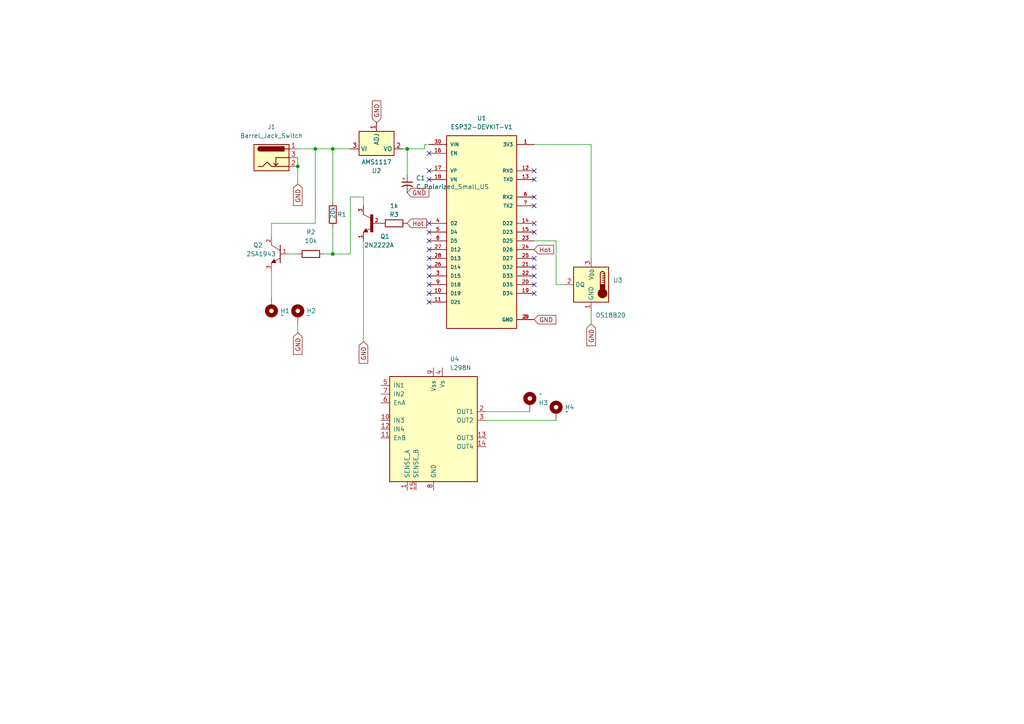
<source format=kicad_sch>
(kicad_sch (version 20230121) (generator eeschema)
  (paper "A4")
  (lib_symbols
    (symbol "2N2222A:2N2222A" (pin_names (offset 1.016))
      (property "Reference" "Q" (at -10.16 7.62 0))
      (property "Value" "2N2222A" (at -10.16 -7.62 0))
      (symbol "2N2222A_0_0"
        (rectangle (start -0.254 -2.54) (end 0.508 2.54) (stroke (width 0.1)) (fill (type outline)))
        (polyline (pts (xy 1.54 -2.04) (xy 0.308 -1.424)) (stroke (width 0.1524)))
        (polyline (pts (xy 2.54 2.54) (xy 0.508 1.524)) (stroke (width 0.1524)))
        (polyline (pts (xy 1.27 -2.54) (xy 1.778 -1.524) (xy 2.54 -2.54) (xy 1.27 -2.54)) (stroke (width 0.1524)) (fill (type outline)))
        (pin passive line (at 2.54 -5.08 90) (length 2.54) (name "~") (number "1"))
        (pin passive line (at -2.54 0 0) (length 2.54) (name "~") (number "2"))
        (pin passive line (at 2.54 5.08 270) (length 2.54) (name "~") (number "3"))
      )
    )
    (symbol "2SA1943-O_Q__2SC5200-O_Q_:2SA1943-O_Q__2SC5200-O_Q_" (pin_names (offset 1.016))
      (property "Reference" "Q" (at -5.0884 7.6326 0))
      (property "Value" "2SA1943-O_Q__2SC5200-O_Q_" (at -5.0811 -10.1621 0))
      (symbol "2SA1943-O_Q__2SC5200-O_Q__0_0"
        (polyline (pts (xy 0 1.016) (xy 0 -2.54)) (stroke (width 0.254)))
        (polyline (pts (xy 0 2.54) (xy 0 1.016)) (stroke (width 0.254)))
        (polyline (pts (xy 1.27 -2.54) (xy 1.778 -1.524)) (stroke (width 0.1524)))
        (polyline (pts (xy 1.524 -2.413) (xy 2.286 -2.413)) (stroke (width 0.254)))
        (polyline (pts (xy 1.524 -2.286) (xy 1.905 -2.286)) (stroke (width 0.254)))
        (polyline (pts (xy 1.54 -2.04) (xy 0.054 -1.17)) (stroke (width 0.1524)))
        (polyline (pts (xy 1.778 -1.778) (xy 1.524 -2.286)) (stroke (width 0.254)))
        (polyline (pts (xy 1.778 -1.524) (xy 2.54 -2.54)) (stroke (width 0.1524)))
        (polyline (pts (xy 1.905 -2.286) (xy 1.778 -2.032)) (stroke (width 0.254)))
        (polyline (pts (xy 2.286 -2.413) (xy 1.778 -1.778)) (stroke (width 0.254)))
        (polyline (pts (xy 2.54 -2.54) (xy 1.27 -2.54)) (stroke (width 0.1524)))
        (polyline (pts (xy 2.54 2.54) (xy 0 1.016)) (stroke (width 0.1524)))
        (pin passive line (at -2.54 0 0) (length 2.54) (name "~") (number "1"))
        (pin passive line (at 2.54 5.08 270) (length 2.54) (name "~") (number "2"))
        (pin passive line (at 2.54 -5.08 90) (length 2.54) (name "~") (number "3"))
      )
    )
    (symbol "Connector:Barrel_Jack_Switch" (pin_names hide)
      (property "Reference" "J" (at 0 5.334 0))
      (property "Value" "Barrel_Jack_Switch" (at 0 -5.08 0))
      (symbol "Barrel_Jack_Switch_0_1"
        (rectangle (start -5.08 3.81) (end 5.08 -3.81) (stroke (width 0.254)) (fill (type background)))
        (arc (start -3.302 3.175) (mid -3.9343 2.54) (end -3.302 1.905) (stroke (width 0.254)))
        (arc (start -3.302 3.175) (mid -3.9343 2.54) (end -3.302 1.905) (stroke (width 0.254)) (fill (type outline)))
        (polyline (pts (xy 1.27 -2.286) (xy 1.905 -1.651)) (stroke (width 0.254)))
        (polyline (pts (xy 5.08 2.54) (xy 3.81 2.54)) (stroke (width 0.254)))
        (polyline (pts (xy 5.08 0) (xy 1.27 0) (xy 1.27 -2.286) (xy 0.635 -1.651)) (stroke (width 0.254)))
        (polyline (pts (xy -3.81 -2.54) (xy -2.54 -2.54) (xy -1.27 -1.27) (xy 0 -2.54) (xy 2.54 -2.54) (xy 5.08 -2.54)) (stroke (width 0.254)))
        (rectangle (start 3.683 3.175) (end -3.302 1.905) (stroke (width 0.254)) (fill (type outline)))
      )
      (symbol "Barrel_Jack_Switch_1_1"
        (pin passive line (at 7.62 2.54 180) (length 2.54) (name "~") (number "1"))
        (pin passive line (at 7.62 -2.54 180) (length 2.54) (name "~") (number "2"))
        (pin passive line (at 7.62 0 180) (length 2.54) (name "~") (number "3"))
      )
    )
    (symbol "Device:C_Polarized_Small_US" (pin_numbers hide) (pin_names (offset 0.254) hide)
      (property "Reference" "C" (at 0.254 1.778 0))
      (property "Value" "C_Polarized_Small_US" (at 0.254 -2.032 0))
      (symbol "C_Polarized_Small_US_0_1"
        (polyline (pts (xy -1.524 0.508) (xy 1.524 0.508)) (stroke (width 0.3048)))
        (polyline (pts (xy -1.27 1.524) (xy -0.762 1.524)))
        (polyline (pts (xy -1.016 1.27) (xy -1.016 1.778)))
        (arc (start 1.524 -0.762) (mid 0 -0.3734) (end -1.524 -0.762) (stroke (width 0.3048)))
      )
      (symbol "C_Polarized_Small_US_1_1"
        (pin passive line (at 0 2.54 270) (length 2.032) (name "~") (number "1"))
        (pin passive line (at 0 -2.54 90) (length 2.032) (name "~") (number "2"))
      )
    )
    (symbol "Device:R" (pin_numbers hide) (pin_names (offset 0))
      (property "Reference" "R" (at 2.032 0 90))
      (property "Value" "R" (at 0 0 90))
      (symbol "R_0_1"
        (rectangle (start -1.016 -2.54) (end 1.016 2.54) (stroke (width 0.254)))
      )
      (symbol "R_1_1"
        (pin passive line (at 0 3.81 270) (length 1.27) (name "~") (number "1"))
        (pin passive line (at 0 -3.81 90) (length 1.27) (name "~") (number "2"))
      )
    )
    (symbol "Driver_Motor:L298N" (pin_names (offset 1.016))
      (property "Reference" "U" (at -10.16 16.51 0))
      (property "Value" "L298N" (at 12.7 16.51 0))
      (symbol "L298N_0_1"
        (rectangle (start -12.7 15.24) (end 12.7 -15.24) (stroke (width 0.254)) (fill (type background)))
      )
      (symbol "L298N_1_1"
        (pin power_in line (at -7.62 -17.78 90) (length 2.54) (name "SENSE_A") (number "1"))
        (pin input line (at -15.24 2.54 0) (length 2.54) (name "IN3") (number "10"))
        (pin input line (at -15.24 -2.54 0) (length 2.54) (name "EnB") (number "11"))
        (pin input line (at -15.24 0 0) (length 2.54) (name "IN4") (number "12"))
        (pin output line (at 15.24 -2.54 180) (length 2.54) (name "OUT3") (number "13"))
        (pin output line (at 15.24 -5.08 180) (length 2.54) (name "OUT4") (number "14"))
        (pin power_in line (at -5.08 -17.78 90) (length 2.54) (name "SENSE_B") (number "15"))
        (pin output line (at 15.24 5.08 180) (length 2.54) (name "OUT1") (number "2"))
        (pin output line (at 15.24 2.54 180) (length 2.54) (name "OUT2") (number "3"))
        (pin power_in line (at 2.54 17.78 270) (length 2.54) (name "Vs") (number "4"))
        (pin input line (at -15.24 12.7 0) (length 2.54) (name "IN1") (number "5"))
        (pin input line (at -15.24 7.62 0) (length 2.54) (name "EnA") (number "6"))
        (pin input line (at -15.24 10.16 0) (length 2.54) (name "IN2") (number "7"))
        (pin power_in line (at 0 -17.78 90) (length 2.54) (name "GND") (number "8"))
        (pin power_in line (at 0 17.78 270) (length 2.54) (name "Vss") (number "9"))
      )
    )
    (symbol "ESP32-DEVKIT-V1:ESP32-DEVKIT-V1" (pin_names (offset 1.016))
      (property "Reference" "U" (at -10.16 30.48 0))
      (property "Value" "ESP32-DEVKIT-V1" (at -10.16 -30.48 0))
      (symbol "ESP32-DEVKIT-V1_0_0"
        (rectangle (start -10.16 -27.94) (end 10.16 27.94) (stroke (width 0.254)) (fill (type background)))
        (pin output line (at 15.24 25.4 180) (length 5.08) (name "3V3") (number "1"))
        (pin bidirectional line (at -15.24 -17.78 0) (length 5.08) (name "D19") (number "10"))
        (pin bidirectional line (at -15.24 -20.32 0) (length 5.08) (name "D21") (number "11"))
        (pin input line (at 15.24 17.78 180) (length 5.08) (name "RX0") (number "12"))
        (pin output line (at 15.24 15.24 180) (length 5.08) (name "TX0") (number "13"))
        (pin bidirectional line (at 15.24 2.54 180) (length 5.08) (name "D22") (number "14"))
        (pin bidirectional line (at 15.24 0 180) (length 5.08) (name "D23") (number "15"))
        (pin input line (at -15.24 22.86 0) (length 5.08) (name "EN") (number "16"))
        (pin bidirectional line (at -15.24 17.78 0) (length 5.08) (name "VP") (number "17"))
        (pin bidirectional line (at -15.24 15.24 0) (length 5.08) (name "VN") (number "18"))
        (pin bidirectional line (at 15.24 -17.78 180) (length 5.08) (name "D34") (number "19"))
        (pin power_in line (at 15.24 -25.4 180) (length 5.08) (name "GND") (number "2"))
        (pin bidirectional line (at 15.24 -15.24 180) (length 5.08) (name "D35") (number "20"))
        (pin bidirectional line (at 15.24 -10.16 180) (length 5.08) (name "D32") (number "21"))
        (pin bidirectional line (at 15.24 -12.7 180) (length 5.08) (name "D33") (number "22"))
        (pin bidirectional line (at 15.24 -2.54 180) (length 5.08) (name "D25") (number "23"))
        (pin bidirectional line (at 15.24 -5.08 180) (length 5.08) (name "D26") (number "24"))
        (pin bidirectional line (at 15.24 -7.62 180) (length 5.08) (name "D27") (number "25"))
        (pin bidirectional line (at -15.24 -10.16 0) (length 5.08) (name "D14") (number "26"))
        (pin bidirectional line (at -15.24 -5.08 0) (length 5.08) (name "D12") (number "27"))
        (pin bidirectional line (at -15.24 -7.62 0) (length 5.08) (name "D13") (number "28"))
        (pin power_in line (at 15.24 -25.4 180) (length 5.08) (name "GND") (number "29"))
        (pin bidirectional line (at -15.24 -12.7 0) (length 5.08) (name "D15") (number "3"))
        (pin input line (at -15.24 25.4 0) (length 5.08) (name "VIN") (number "30"))
        (pin bidirectional line (at -15.24 2.54 0) (length 5.08) (name "D2") (number "4"))
        (pin bidirectional line (at -15.24 0 0) (length 5.08) (name "D4") (number "5"))
        (pin input line (at 15.24 10.16 180) (length 5.08) (name "RX2") (number "6"))
        (pin output line (at 15.24 7.62 180) (length 5.08) (name "TX2") (number "7"))
        (pin bidirectional line (at -15.24 -2.54 0) (length 5.08) (name "D5") (number "8"))
        (pin bidirectional line (at -15.24 -15.24 0) (length 5.08) (name "D18") (number "9"))
      )
    )
    (symbol "Mechanical:MountingHole_Pad" (pin_numbers hide) (pin_names (offset 1.016) hide)
      (property "Reference" "H" (at 0 6.35 0))
      (property "Value" "MountingHole_Pad" (at 0 4.445 0))
      (symbol "MountingHole_Pad_0_1"
        (circle (center 0 1.27) (radius 1.27) (stroke (width 1.27)))
      )
      (symbol "MountingHole_Pad_1_1"
        (pin input line (at 0 -2.54 90) (length 2.54) (name "1") (number "1"))
      )
    )
    (symbol "Regulator_Linear:AMS1117"
      (property "Reference" "U" (at -3.81 3.175 0))
      (property "Value" "AMS1117" (at 0 3.175 0))
      (symbol "AMS1117_0_1"
        (rectangle (start -5.08 -5.08) (end 5.08 1.905) (stroke (width 0.254)) (fill (type background)))
      )
      (symbol "AMS1117_1_1"
        (pin input line (at 0 -7.62 90) (length 2.54) (name "ADJ") (number "1"))
        (pin power_out line (at 7.62 0 180) (length 2.54) (name "VO") (number "2"))
        (pin power_in line (at -7.62 0 0) (length 2.54) (name "VI") (number "3"))
      )
    )
    (symbol "Sensor_Temperature:DS18B20"
      (property "Reference" "U" (at -3.81 6.35 0))
      (property "Value" "DS18B20" (at 6.35 6.35 0))
      (symbol "DS18B20_0_1"
        (rectangle (start -5.08 5.08) (end 5.08 -5.08) (stroke (width 0.254)) (fill (type background)))
        (circle (center -3.302 -2.54) (radius 1.27) (stroke (width 0.254)) (fill (type outline)))
        (rectangle (start -2.667 -1.905) (end -3.937 0) (stroke (width 0.254)) (fill (type outline)))
        (arc (start -2.667 3.175) (mid -3.302 3.8073) (end -3.937 3.175) (stroke (width 0.254)))
        (polyline (pts (xy -3.937 0.635) (xy -3.302 0.635)) (stroke (width 0.254)))
        (polyline (pts (xy -3.937 1.27) (xy -3.302 1.27)) (stroke (width 0.254)))
        (polyline (pts (xy -3.937 1.905) (xy -3.302 1.905)) (stroke (width 0.254)))
        (polyline (pts (xy -3.937 2.54) (xy -3.302 2.54)) (stroke (width 0.254)))
        (polyline (pts (xy -3.937 3.175) (xy -3.937 0)) (stroke (width 0.254)))
        (polyline (pts (xy -3.937 3.175) (xy -3.302 3.175)) (stroke (width 0.254)))
        (polyline (pts (xy -2.667 3.175) (xy -2.667 0)) (stroke (width 0.254)))
      )
      (symbol "DS18B20_1_1"
        (pin power_in line (at 0 -7.62 90) (length 2.54) (name "GND") (number "1"))
        (pin bidirectional line (at 7.62 0 180) (length 2.54) (name "DQ") (number "2"))
        (pin power_in line (at 0 7.62 270) (length 2.54) (name "V_{DD}") (number "3"))
      )
    )
  )
  (junction (at 96.52 43.18))
  (junction (at 96.52 73.66))
  (junction (at 118.11 43.18))
  (junction (at 86.36 48.26))
  (junction (at 91.44 43.18))
  (no_connect (at 154.94 77.47))
  (no_connect (at 124.46 87.63))
  (no_connect (at 124.46 85.09))
  (no_connect (at 124.46 67.31))
  (no_connect (at 124.46 52.07))
  (no_connect (at 154.94 85.09))
  (no_connect (at 154.94 67.31))
  (no_connect (at 154.94 74.93))
  (no_connect (at 154.94 64.77))
  (no_connect (at 154.94 59.69))
  (no_connect (at 154.94 80.01))
  (no_connect (at 124.46 77.47))
  (no_connect (at 154.94 49.53))
  (no_connect (at 124.46 69.85))
  (no_connect (at 124.46 74.93))
  (no_connect (at 124.46 64.77))
  (no_connect (at 124.46 82.55))
  (no_connect (at 124.46 44.45))
  (no_connect (at 154.94 52.07))
  (no_connect (at 154.94 82.55))
  (no_connect (at 154.94 57.15))
  (no_connect (at 124.46 80.01))
  (no_connect (at 124.46 49.53))
  (no_connect (at 124.46 72.39))
  (wire (pts (xy 161.29 82.55) (xy 163.83 82.55)))
  (wire (pts (xy 96.52 66.04) (xy 96.52 73.66)))
  (wire (pts (xy 96.52 43.18) (xy 101.6 43.18)))
  (wire (pts (xy 101.6 57.15) (xy 101.6 73.66)))
  (wire (pts (xy 78.74 68.58) (xy 78.74 64.77)))
  (wire (pts (xy 83.82 73.66) (xy 86.36 73.66)))
  (wire (pts (xy 78.74 64.77) (xy 91.44 64.77)))
  (wire (pts (xy 118.11 43.18) (xy 116.84 43.18)))
  (wire (pts (xy 86.36 45.72) (xy 86.36 48.26)))
  (wire (pts (xy 161.29 69.85) (xy 161.29 82.55)))
  (wire (pts (xy 118.11 43.18) (xy 118.11 50.8)))
  (wire (pts (xy 161.29 121.92) (xy 140.97 121.92)))
  (wire (pts (xy 105.41 69.85) (xy 105.41 99.06)))
  (wire (pts (xy 171.45 74.93) (xy 171.45 41.91)))
  (wire (pts (xy 123.19 43.18) (xy 123.19 41.91)))
  (wire (pts (xy 105.41 57.15) (xy 101.6 57.15)))
  (wire (pts (xy 91.44 43.18) (xy 96.52 43.18)))
  (wire (pts (xy 91.44 64.77) (xy 91.44 43.18)))
  (wire (pts (xy 96.52 73.66) (xy 101.6 73.66)))
  (wire (pts (xy 154.94 69.85) (xy 161.29 69.85)))
  (wire (pts (xy 93.98 73.66) (xy 96.52 73.66)))
  (wire (pts (xy 78.74 78.74) (xy 78.74 86.36)))
  (wire (pts (xy 171.45 90.17) (xy 171.45 93.98)))
  (wire (pts (xy 105.41 57.15) (xy 105.41 59.69)))
  (wire (pts (xy 86.36 43.18) (xy 91.44 43.18)))
  (wire (pts (xy 96.52 43.18) (xy 96.52 58.42)))
  (wire (pts (xy 153.67 119.38) (xy 140.97 119.38)))
  (wire (pts (xy 86.36 53.34) (xy 86.36 48.26)))
  (wire (pts (xy 86.36 96.52) (xy 86.36 93.98)))
  (wire (pts (xy 123.19 43.18) (xy 118.11 43.18)))
  (wire (pts (xy 123.19 41.91) (xy 124.46 41.91)))
  (wire (pts (xy 171.45 41.91) (xy 154.94 41.91)))
  (global_label "GND" (shape input) (at 105.41 99.06 270) (property "Intersheetrefs" "${INTERSHEET_REFS}" (effects hide)))
  (global_label "GND" (shape input) (at 171.45 93.98 270) (property "Intersheetrefs" "${INTERSHEET_REFS}" (effects hide)))
  (global_label "GND" (shape input) (at 154.94 92.71 0) (property "Intersheetrefs" "${INTERSHEET_REFS}" (effects hide)))
  (global_label "Hot" (shape input) (at 118.11 64.77 0) (property "Intersheetrefs" "${INTERSHEET_REFS}" (effects hide)))
  (global_label "GND" (shape input) (at 109.22 35.56 90) (property "Intersheetrefs" "${INTERSHEET_REFS}" (effects hide)))
  (global_label "GND" (shape input) (at 86.36 53.34 270) (property "Intersheetrefs" "${INTERSHEET_REFS}" (effects hide)))
  (global_label "GND" (shape input) (at 118.11 55.88 0) (property "Intersheetrefs" "${INTERSHEET_REFS}" (effects hide)))
  (global_label "GND" (shape input) (at 86.36 96.52 270) (property "Intersheetrefs" "${INTERSHEET_REFS}" (effects hide)))
  (global_label "Hot" (shape input) (at 154.94 72.39 0) (property "Intersheetrefs" "${INTERSHEET_REFS}" (effects hide)))
  (symbol (lib_id "Device:R") (at 114.3 64.77 270) (unit 1)
    (property "Reference" "R3" (at 114.3 62.23 90))
    (property "Value" "1k" (at 114.3 59.69 90))
    (property "Footprint" "Resistor_THT:R_Axial_DIN0207_L6.3mm_D2.5mm_P7.62mm_Horizontal" (effects hide))
  )
  (symbol (lib_id "Mechanical:MountingHole_Pad") (at 86.36 91.44 0) (unit 1)
    (property "Reference" "H2" (at 88.9 90.17 0) (effects (justify left)))
    (property "Value" "~" (at 88.9 91.44 0) (effects (justify left)))
    (property "Footprint" "MountingHole:MountingHole_2.2mm_M2_DIN965_Pad" (effects hide))
  )
  (symbol (lib_id "Device:R") (at 90.17 73.66 270) (mirror x) (unit 1)
    (property "Reference" "R2" (at 90.17 67.31 90))
    (property "Value" "10k" (at 90.17 69.85 90))
    (property "Footprint" "Resistor_THT:R_Axial_DIN0207_L6.3mm_D2.5mm_P7.62mm_Horizontal" (effects hide))
  )
  (symbol (lib_id "Mechanical:MountingHole_Pad") (at 153.67 116.84 0) (mirror y) (unit 1)
    (property "Reference" "H3" (at 156.21 116.84 0) (effects (justify right)))
    (property "Value" "~" (at 156.21 114.3 0) (effects (justify right)))
    (property "Footprint" "MountingHole:MountingHole_2.2mm_M2_DIN965_Pad_TopBottom" (effects hide))
  )
  (symbol (lib_id "Driver_Motor:L298N") (at 125.73 124.46 0) (unit 1)
    (property "Reference" "U4" (at 130.4641 104.14 0) (effects (justify left)))
    (property "Value" "L298N" (at 130.4641 106.68 0) (effects (justify left)))
    (property "Footprint" "Package_TO_SOT_THT:TO-220-15_P2.54x2.54mm_StaggerOdd_Lead4.58mm_Vertical" (effects hide))
    (property "Datasheet" "http://www.st.com/st-web-ui/static/active/en/resource/technical/document/datasheet/CD00000240.pdf" (effects hide))
  )
  (symbol (lib_id "Regulator_Linear:AMS1117") (at 109.22 43.18 0) (mirror x) (unit 1)
    (property "Reference" "U2" (at 109.22 49.53 0))
    (property "Value" "AMS1117" (at 109.22 46.99 0))
    (property "Footprint" "Package_TO_SOT_SMD:SOT-223-3_TabPin2" (effects hide))
    (property "Datasheet" "http://www.advanced-monolithic.com/pdf/ds1117.pdf" (effects hide))
  )
  (symbol (lib_id "Device:R") (at 96.52 62.23 0) (unit 1)
    (property "Reference" "R1" (at 97.79 62.23 0) (effects (justify left)))
    (property "Value" "20k" (at 96.52 63.5 90) (effects (justify left)))
    (property "Footprint" "Resistor_THT:R_Axial_DIN0207_L6.3mm_D2.5mm_P7.62mm_Horizontal" (effects hide))
  )
  (symbol (lib_id "Sensor_Temperature:DS18B20") (at 171.45 82.55 0) (mirror y) (unit 1)
    (property "Reference" "U3" (at 177.8 81.28 0) (effects (justify right)))
    (property "Value" "DS18B20" (at 172.72 91.44 0) (effects (justify right)))
    (property "Footprint" "Package_TO_SOT_THT:TO-92_Inline" (effects hide))
    (property "Datasheet" "http://datasheets.maximintegrated.com/en/ds/DS18B20.pdf" (effects hide))
  )
  (symbol (lib_id "2N2222A:2N2222A") (at 107.95 64.77 0) (mirror y) (unit 1)
    (property "Reference" "Q1" (at 113.03 68.58 0) (effects (justify left)))
    (property "Value" "2N2222A" (at 114.3 71.12 0) (effects (justify left)))
    (property "Footprint" "2N2222A:TO92254P470H750-3" (effects hide))
    (property "MF" "Microchip Technology" (effects hide))
    (property "SNAPEDA_PACKAGE_ID" "121774" (effects hide))
    (property "Package" "TO-18-3 Microsemi Corporation" (effects hide))
    (property "Price" "None" (effects hide))
    (property "Check_prices" "https://www.snapeda.com/parts/2N2222A/Microchip/view-part/?ref=eda" (effects hide))
    (property "STANDARD" "IPC 7351B" (effects hide))
    (property "PARTREV" "N/A" (effects hide))
    (property "SnapEDA_Link" "https://www.snapeda.com/parts/2N2222A/Microchip/view-part/?ref=snap" (effects hide))
    (property "MP" "2N2222A" (effects hide))
    (property "Purchase-URL" "https://www.snapeda.com/api/url_track_click_mouser/?unipart_id=6282988&manufacturer=Microchip Technology&part_name=2N2222A&search_term=None" (effects hide))
    (property "Description" "\nBipolar (BJT) Transistor NPN 50 V 800 mA - 500 mW Surface Mount 4-SMD\n" (effects hide))
    (property "MANUFACTURER" "Diotec Semiconductor" (effects hide))
    (property "Availability" "In Stock" (effects hide))
    (property "MAXIMUM_PACKAGE_HEIGHT" "7.5 mm" (effects hide))
  )
  (symbol (lib_id "ESP32-DEVKIT-V1:ESP32-DEVKIT-V1") (at 139.7 67.31 0) (unit 1)
    (property "Reference" "U1" (at 139.7 34.29 0))
    (property "Value" "ESP32-DEVKIT-V1" (at 139.7 36.83 0))
    (property "Footprint" "esp32:MODULE_ESP32_DEVKIT_V1" (effects hide))
    (property "MF" "Do it" (effects hide))
    (property "MAXIMUM_PACKAGE_HEIGHT" "6.8 mm" (effects hide))
    (property "Package" "None" (effects hide))
    (property "Price" "None" (effects hide))
    (property "Check_prices" "https://www.snapeda.com/parts/ESP32-DEVKIT-V1/Do+it/view-part/?ref=eda" (effects hide))
    (property "STANDARD" "Manufacturer Recommendations" (effects hide))
    (property "PARTREV" "N/A" (effects hide))
    (property "SnapEDA_Link" "https://www.snapeda.com/parts/ESP32-DEVKIT-V1/Do+it/view-part/?ref=snap" (effects hide))
    (property "MP" "ESP32-DEVKIT-V1" (effects hide))
    (property "Description" "\nDual core, Wi-Fi: 2.4 GHz up to 150 Mbits/s,BLE (Bluetooth Low Energy) and legacy Bluetooth, 32 bits, Up to 240 MHz\n" (effects hide))
    (property "Availability" "Not in stock" (effects hide))
    (property "MANUFACTURER" "DOIT" (effects hide))
  )
  (symbol (lib_id "Connector:Barrel_Jack_Switch") (at 78.74 45.72 0) (unit 1)
    (property "Reference" "J1" (at 78.74 36.83 0))
    (property "Value" "Barrel_Jack_Switch" (at 78.74 39.37 0))
    (property "Footprint" "Connector_BarrelJack:BarrelJack_Horizontal" (effects hide))
  )
  (symbol (lib_id "Mechanical:MountingHole_Pad") (at 78.74 88.9 180) (unit 1)
    (property "Reference" "H1" (at 81.28 90.17 0) (effects (justify right)))
    (property "Value" "~" (at 81.28 91.44 0) (effects (justify right)))
    (property "Footprint" "MountingHole:MountingHole_2.2mm_M2_DIN965_Pad" (effects hide))
  )
  (symbol (lib_id "Device:C_Polarized_Small_US") (at 118.11 53.34 0) (unit 1)
    (property "Reference" "C1" (at 120.65 51.6382 0) (effects (justify left)))
    (property "Value" "C_Polarized_Small_US" (at 120.65 54.1782 0) (effects (justify left)))
    (property "Footprint" "Capacitor_THT:CP_Axial_L10.0mm_D6.0mm_P15.00mm_Horizontal" (effects hide))
  )
  (symbol (lib_id "Mechanical:MountingHole_Pad") (at 161.29 119.38 0) (unit 1)
    (property "Reference" "H4" (at 163.83 118.11 0) (effects (justify left)))
    (property "Value" "~" (at 163.83 119.38 0) (effects (justify left)))
    (property "Footprint" "MountingHole:MountingHole_2.2mm_M2_DIN965_Pad_TopBottom" (effects hide))
  )
  (symbol (lib_id "2SA1943-O_Q__2SC5200-O_Q_:2SA1943-O_Q__2SC5200-O_Q_") (at 81.28 73.66 0) (mirror y) (unit 1)
    (property "Reference" "Q2" (at 76.2 71.12 0) (effects (justify left)))
    (property "Value" "2SA1943" (at 80.01 73.66 0) (effects (justify left)))
    (property "Footprint" "2SA1943-O_Q__2SC5200-O_Q_:TO545P2050X520X2900-3" (effects hide))
    (property "MF" "Toshiba" (effects hide))
    (property "Description" "\n" (effects hide))
    (property "Package" "None" (effects hide))
    (property "Price" "None" (effects hide))
    (property "Check_prices" "https://www.snapeda.com/parts/2SA1943-O(Q)/2SC5200-O(Q)/Toshiba/view-part/?ref=eda" (effects hide))
    (property "STANDARD" "IPC 7251" (effects hide))
    (property "SnapEDA_Link" "https://www.snapeda.com/parts/2SA1943-O(Q)/2SC5200-O(Q)/Toshiba/view-part/?ref=snap" (effects hide))
    (property "MP" "2SA1943-O(Q)/2SC5200-O(Q)" (effects hide))
    (property "Availability" "Not in stock" (effects hide))
    (property "MANUFACTURER" "TOSHIBA" (effects hide))
  )
)
</source>
